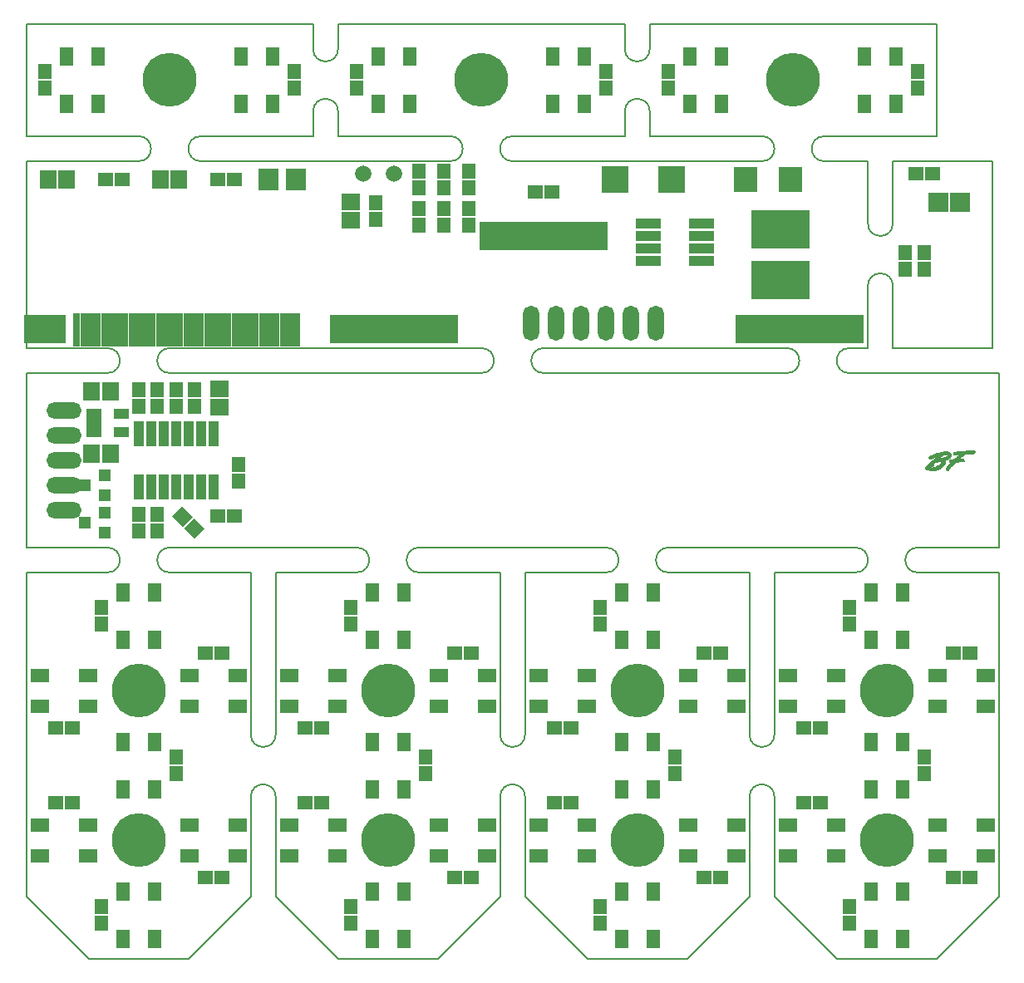
<source format=gts>
G04 #@! TF.FileFunction,Soldermask,Top*
%FSLAX46Y46*%
G04 Gerber Fmt 4.6, Leading zero omitted, Abs format (unit mm)*
G04 Created by KiCad (PCBNEW (2016-05-03 BZR 6266)-product) date Thu Jul 21 04:02:18 2016*
%MOMM*%
%LPD*%
G01*
G04 APERTURE LIST*
%ADD10C,0.350000*%
%ADD11C,0.150000*%
%ADD12C,0.050000*%
%ADD13R,1.400000X1.900000*%
%ADD14C,5.480000*%
%ADD15R,1.400000X1.500000*%
%ADD16R,1.500000X1.400000*%
%ADD17R,1.900000X1.400000*%
%ADD18O,3.575000X1.670000*%
%ADD19R,1.900000X1.700000*%
%ADD20R,1.600000X1.050000*%
%ADD21R,1.700000X1.900000*%
%ADD22R,1.300000X1.200000*%
%ADD23R,1.000000X2.600000*%
%ADD24O,1.670000X3.575000*%
%ADD25R,0.800000X3.400000*%
%ADD26R,2.000000X2.200000*%
%ADD27R,2.600000X1.000000*%
%ADD28R,13.100000X2.940000*%
%ADD29R,5.900000X3.900000*%
%ADD30R,2.432000X2.584400*%
%ADD31R,2.800000X2.800000*%
%ADD32C,1.670000*%
%ADD33R,4.210000X2.940000*%
%ADD34R,2.100000X0.750000*%
G04 APERTURE END LIST*
D10*
D11*
X151130000Y-107315000D02*
X142875000Y-107315000D01*
X155575000Y-51435000D02*
X155575000Y-53975000D01*
X153035000Y-51435000D02*
X153035000Y-53975000D01*
X135255000Y-62865000D02*
X123825000Y-62865000D01*
X153035000Y-62865000D02*
X141605000Y-62865000D01*
X153035000Y-60325000D02*
X153035000Y-62865000D01*
X155575000Y-62865000D02*
X155575000Y-60325000D01*
X167005000Y-62865000D02*
X155575000Y-62865000D01*
X184785000Y-62865000D02*
X173355000Y-62865000D01*
X123825000Y-53975000D02*
X123825000Y-51435000D01*
X121285000Y-53975000D02*
X121285000Y-51435000D01*
X123825000Y-60325000D02*
X123825000Y-62865000D01*
X121285000Y-62865000D02*
X121285000Y-60325000D01*
X109855000Y-62865000D02*
X121285000Y-62865000D01*
X92075000Y-62865000D02*
X103505000Y-62865000D01*
X173355000Y-65405000D02*
X177800000Y-65405000D01*
X167005000Y-65405000D02*
X141605000Y-65405000D01*
X109855000Y-65405000D02*
X135255000Y-65405000D01*
X92075000Y-65405000D02*
X103505000Y-65405000D01*
X123825000Y-60325000D02*
G75*
G03X121285000Y-60325000I-1270000J0D01*
G01*
X121285000Y-53975000D02*
G75*
G03X123825000Y-53975000I1270000J0D01*
G01*
X153035000Y-53975000D02*
G75*
G03X155575000Y-53975000I1270000J0D01*
G01*
X155575000Y-60325000D02*
G75*
G03X153035000Y-60325000I-1270000J0D01*
G01*
X173355000Y-62865000D02*
G75*
G03X173355000Y-65405000I0J-1270000D01*
G01*
X167005000Y-65405000D02*
G75*
G03X167005000Y-62865000I0J1270000D01*
G01*
X141605000Y-62865000D02*
G75*
G03X141605000Y-65405000I0J-1270000D01*
G01*
X135255000Y-65405000D02*
G75*
G03X135255000Y-62865000I0J1270000D01*
G01*
X109855000Y-62865000D02*
G75*
G03X109855000Y-65405000I0J-1270000D01*
G01*
X103505000Y-65405000D02*
G75*
G03X103505000Y-62865000I0J1270000D01*
G01*
X180340000Y-78105000D02*
G75*
G03X177800000Y-78105000I-1270000J0D01*
G01*
X177800000Y-71755000D02*
G75*
G03X180340000Y-71755000I1270000J0D01*
G01*
X177800000Y-65405000D02*
X177800000Y-71755000D01*
X180340000Y-71755000D02*
X180340000Y-65405000D01*
X180340000Y-78105000D02*
X180340000Y-84455000D01*
X177800000Y-84455000D02*
X177800000Y-78105000D01*
X100330000Y-86995000D02*
G75*
G03X100330000Y-84455000I0J1270000D01*
G01*
X106680000Y-84455000D02*
G75*
G03X106680000Y-86995000I0J-1270000D01*
G01*
X138430000Y-86995000D02*
G75*
G03X138430000Y-84455000I0J1270000D01*
G01*
X144780000Y-84455000D02*
G75*
G03X144780000Y-86995000I0J-1270000D01*
G01*
X169545000Y-86995000D02*
G75*
G03X169545000Y-84455000I0J1270000D01*
G01*
X175895000Y-84455000D02*
G75*
G03X175895000Y-86995000I0J-1270000D01*
G01*
X175895000Y-84455000D02*
X177800000Y-84455000D01*
X144780000Y-84455000D02*
X169545000Y-84455000D01*
X106680000Y-84455000D02*
X138430000Y-84455000D01*
X92075000Y-84455000D02*
X100330000Y-84455000D01*
X175895000Y-86995000D02*
X191135000Y-86995000D01*
X144780000Y-86995000D02*
X169545000Y-86995000D01*
X106680000Y-86995000D02*
X138430000Y-86995000D01*
X92075000Y-86995000D02*
X100330000Y-86995000D01*
X100330000Y-107315000D02*
X92075000Y-107315000D01*
X114935000Y-107315000D02*
X106680000Y-107315000D01*
X125730000Y-107315000D02*
X117475000Y-107315000D01*
X140335000Y-107315000D02*
X132080000Y-107315000D01*
X165735000Y-107315000D02*
X157480000Y-107315000D01*
X100330000Y-104775000D02*
X92075000Y-104775000D01*
X125730000Y-104775000D02*
X106680000Y-104775000D01*
X151130000Y-104775000D02*
X132080000Y-104775000D01*
X176530000Y-104775000D02*
X157480000Y-104775000D01*
X176530000Y-107315000D02*
X168275000Y-107315000D01*
X182880000Y-107315000D02*
X191135000Y-107315000D01*
X191135000Y-104775000D02*
X182880000Y-104775000D01*
X182880000Y-104775000D02*
G75*
G03X182880000Y-107315000I0J-1270000D01*
G01*
X176530000Y-107315000D02*
G75*
G03X176530000Y-104775000I0J1270000D01*
G01*
X157480000Y-104775000D02*
G75*
G03X157480000Y-107315000I0J-1270000D01*
G01*
X151130000Y-107315000D02*
G75*
G03X151130000Y-104775000I0J1270000D01*
G01*
X132080000Y-104775000D02*
G75*
G03X132080000Y-107315000I0J-1270000D01*
G01*
X125730000Y-107315000D02*
G75*
G03X125730000Y-104775000I0J1270000D01*
G01*
X100330000Y-107315000D02*
G75*
G03X100330000Y-104775000I0J1270000D01*
G01*
X106680000Y-104775000D02*
G75*
G03X106680000Y-107315000I0J-1270000D01*
G01*
X140335000Y-123825000D02*
G75*
G03X142875000Y-123825000I1270000J0D01*
G01*
X165735000Y-123825000D02*
G75*
G03X168275000Y-123825000I1270000J0D01*
G01*
X168275000Y-130175000D02*
G75*
G03X165735000Y-130175000I-1270000J0D01*
G01*
X142875000Y-130175000D02*
G75*
G03X140335000Y-130175000I-1270000J0D01*
G01*
X117475000Y-130175000D02*
G75*
G03X114935000Y-130175000I-1270000J0D01*
G01*
X114935000Y-123825000D02*
G75*
G03X117475000Y-123825000I1270000J0D01*
G01*
X140335000Y-107315000D02*
X140335000Y-123825000D01*
X142875000Y-123825000D02*
X142875000Y-107315000D01*
X165735000Y-107315000D02*
X165735000Y-123825000D01*
X168275000Y-123825000D02*
X168275000Y-107315000D01*
X168275000Y-130175000D02*
X168275000Y-140335000D01*
X165735000Y-140335000D02*
X165735000Y-130175000D01*
X142875000Y-140335000D02*
X142875000Y-130175000D01*
X140335000Y-130175000D02*
X140335000Y-140335000D01*
X117475000Y-107315000D02*
X117475000Y-123825000D01*
X114935000Y-123825000D02*
X114935000Y-107315000D01*
X117475000Y-130175000D02*
X117475000Y-140335000D01*
X114935000Y-140335000D02*
X114935000Y-130175000D01*
X184785000Y-62865000D02*
X184785000Y-51435000D01*
X184785000Y-51435000D02*
X155575000Y-51435000D01*
X121285000Y-51435000D02*
X92075000Y-51435000D01*
X92075000Y-51435000D02*
X92075000Y-62865000D01*
X142875000Y-140335000D02*
X149225000Y-146685000D01*
X165735000Y-140335000D02*
X159385000Y-146685000D01*
X159385000Y-146685000D02*
X149225000Y-146685000D01*
X191135000Y-107315000D02*
X191135000Y-140335000D01*
X184785000Y-146685000D02*
X174625000Y-146685000D01*
X191135000Y-140335000D02*
X184785000Y-146685000D01*
X168275000Y-140335000D02*
X174625000Y-146685000D01*
X117475000Y-140335000D02*
X123825000Y-146685000D01*
X140335000Y-140335000D02*
X133985000Y-146685000D01*
X133985000Y-146685000D02*
X123825000Y-146685000D01*
X92075000Y-86995000D02*
X92075000Y-104775000D01*
X191135000Y-104775000D02*
X191135000Y-86995000D01*
X92075000Y-140335000D02*
X92075000Y-107315000D01*
X108585000Y-146685000D02*
X98425000Y-146685000D01*
X114935000Y-140335000D02*
X108585000Y-146685000D01*
X92075000Y-140335000D02*
X98425000Y-146685000D01*
X92075000Y-84455000D02*
X92075000Y-65405000D01*
X190500000Y-65405000D02*
X180340000Y-65405000D01*
X190500000Y-84455000D02*
X190500000Y-65405000D01*
X180340000Y-84455000D02*
X190500000Y-84455000D01*
X153035000Y-51435000D02*
X123825000Y-51435000D01*
D12*
G36*
X186256040Y-95359621D02*
X186252773Y-95422702D01*
X186240688Y-95477055D01*
X186235484Y-95490139D01*
X186197676Y-95550455D01*
X186139798Y-95610196D01*
X186062948Y-95668658D01*
X185974707Y-95721271D01*
X185974707Y-95337752D01*
X185948708Y-95323350D01*
X185914655Y-95312208D01*
X185862853Y-95305530D01*
X185796223Y-95303220D01*
X185717683Y-95305180D01*
X185630154Y-95311313D01*
X185536556Y-95321522D01*
X185439810Y-95335709D01*
X185406770Y-95341412D01*
X185362671Y-95349635D01*
X185335400Y-95356305D01*
X185320918Y-95363422D01*
X185315186Y-95372984D01*
X185314166Y-95386990D01*
X185314166Y-95387255D01*
X185312226Y-95405082D01*
X185305044Y-95423222D01*
X185290574Y-95443999D01*
X185266773Y-95469734D01*
X185231597Y-95502749D01*
X185183001Y-95545366D01*
X185150518Y-95573140D01*
X185108160Y-95609364D01*
X185072180Y-95640514D01*
X185045365Y-95664149D01*
X185030499Y-95677825D01*
X185028416Y-95680185D01*
X185034593Y-95681244D01*
X185054143Y-95678377D01*
X185088596Y-95671254D01*
X185139483Y-95659545D01*
X185208333Y-95642918D01*
X185261250Y-95629862D01*
X185388293Y-95596206D01*
X185508688Y-95560158D01*
X185620127Y-95522607D01*
X185720304Y-95484443D01*
X185806913Y-95446556D01*
X185877648Y-95409836D01*
X185930203Y-95375172D01*
X185938124Y-95368738D01*
X185974707Y-95337752D01*
X185974707Y-95721271D01*
X185968224Y-95725137D01*
X185856721Y-95778931D01*
X185729537Y-95829336D01*
X185679291Y-95846795D01*
X185639008Y-95860314D01*
X185605952Y-95871422D01*
X185585654Y-95878259D01*
X185582745Y-95879246D01*
X185580714Y-95890402D01*
X185589454Y-95917240D01*
X185606558Y-95954215D01*
X185626281Y-95996647D01*
X185637132Y-96031495D01*
X185641595Y-96069037D01*
X185642250Y-96101810D01*
X185636959Y-96165170D01*
X185619985Y-96225242D01*
X185589674Y-96285113D01*
X185544374Y-96347871D01*
X185482429Y-96416605D01*
X185463396Y-96435833D01*
X185353821Y-96532720D01*
X185335333Y-96545988D01*
X185335333Y-96083098D01*
X185325307Y-96065399D01*
X185297417Y-96049288D01*
X185254948Y-96035436D01*
X185201182Y-96024517D01*
X185139403Y-96017202D01*
X185072894Y-96014165D01*
X185007250Y-96015922D01*
X184852344Y-96033033D01*
X184694916Y-96063531D01*
X184667400Y-96070254D01*
X184633124Y-96080111D01*
X184605065Y-96092165D01*
X184577576Y-96109888D01*
X184545014Y-96136748D01*
X184515035Y-96163900D01*
X184432644Y-96239879D01*
X184450072Y-96273580D01*
X184464435Y-96317595D01*
X184466768Y-96365097D01*
X184457296Y-96407933D01*
X184445765Y-96428359D01*
X184420754Y-96449434D01*
X184386703Y-96465911D01*
X184379619Y-96468088D01*
X184317216Y-96485880D01*
X184270734Y-96501322D01*
X184235360Y-96516326D01*
X184206281Y-96532803D01*
X184192113Y-96542542D01*
X184168551Y-96561742D01*
X184155693Y-96576524D01*
X184155043Y-96581633D01*
X184172225Y-96590534D01*
X184203102Y-96599959D01*
X184240325Y-96608145D01*
X184276546Y-96613326D01*
X184290675Y-96614210D01*
X184321109Y-96612534D01*
X184363345Y-96607144D01*
X184408581Y-96599179D01*
X184411450Y-96598593D01*
X184512463Y-96572468D01*
X184624426Y-96534312D01*
X184742547Y-96486240D01*
X184862031Y-96430365D01*
X184978084Y-96368804D01*
X185085912Y-96303671D01*
X185098219Y-96295617D01*
X185151913Y-96258197D01*
X185203641Y-96218608D01*
X185250539Y-96179417D01*
X185289745Y-96143192D01*
X185318393Y-96112497D01*
X185333622Y-96089901D01*
X185335333Y-96083098D01*
X185335333Y-96545988D01*
X185227022Y-96623723D01*
X185086547Y-96707044D01*
X184935939Y-96780884D01*
X184778746Y-96843444D01*
X184618512Y-96892926D01*
X184514412Y-96917224D01*
X184433172Y-96930782D01*
X184350719Y-96939361D01*
X184271890Y-96942822D01*
X184201520Y-96941025D01*
X184144446Y-96933830D01*
X184123541Y-96928529D01*
X184065389Y-96906023D01*
X184010436Y-96874943D01*
X183967042Y-96843960D01*
X183918849Y-96807174D01*
X183878320Y-96828319D01*
X183826130Y-96844997D01*
X183774543Y-96842970D01*
X183727005Y-96824507D01*
X183686959Y-96791878D01*
X183657849Y-96747353D01*
X183643120Y-96693202D01*
X183642000Y-96672582D01*
X183644091Y-96634267D01*
X183649404Y-96600160D01*
X183652932Y-96587873D01*
X183667967Y-96561391D01*
X183697149Y-96522205D01*
X183738963Y-96471853D01*
X183791899Y-96411874D01*
X183854443Y-96343805D01*
X183925082Y-96269185D01*
X184002305Y-96189552D01*
X184084599Y-96106443D01*
X184170451Y-96021399D01*
X184258349Y-95935956D01*
X184346780Y-95851652D01*
X184434232Y-95770027D01*
X184519192Y-95692617D01*
X184600149Y-95620963D01*
X184623838Y-95600466D01*
X184658692Y-95570179D01*
X184686166Y-95545712D01*
X184703194Y-95529836D01*
X184707163Y-95525166D01*
X184696175Y-95528410D01*
X184668886Y-95537321D01*
X184629008Y-95550663D01*
X184580249Y-95567204D01*
X184561809Y-95573508D01*
X184449539Y-95614052D01*
X184358138Y-95651625D01*
X184287631Y-95686213D01*
X184238045Y-95717806D01*
X184228026Y-95726014D01*
X184184687Y-95751517D01*
X184137466Y-95758521D01*
X184090645Y-95748060D01*
X184048505Y-95721163D01*
X184015328Y-95678863D01*
X184012843Y-95674170D01*
X183994915Y-95617230D01*
X183996654Y-95559038D01*
X184017248Y-95503691D01*
X184055883Y-95455282D01*
X184056365Y-95454840D01*
X184086724Y-95432831D01*
X184134220Y-95405667D01*
X184195839Y-95374662D01*
X184268564Y-95341132D01*
X184349380Y-95306391D01*
X184435271Y-95271756D01*
X184523222Y-95238540D01*
X184610217Y-95208059D01*
X184658000Y-95192482D01*
X184779010Y-95156365D01*
X184906035Y-95122359D01*
X185036384Y-95090927D01*
X185167367Y-95062535D01*
X185296293Y-95037643D01*
X185420472Y-95016717D01*
X185537213Y-95000219D01*
X185643825Y-94988613D01*
X185737618Y-94982361D01*
X185815901Y-94981928D01*
X185860543Y-94985400D01*
X185960958Y-95006482D01*
X186049679Y-95041789D01*
X186124976Y-95090146D01*
X186185115Y-95150379D01*
X186228363Y-95221315D01*
X186236050Y-95239839D01*
X186250472Y-95295953D01*
X186256040Y-95359621D01*
X186256040Y-95359621D01*
X186256040Y-95359621D01*
G37*
X186256040Y-95359621D02*
X186252773Y-95422702D01*
X186240688Y-95477055D01*
X186235484Y-95490139D01*
X186197676Y-95550455D01*
X186139798Y-95610196D01*
X186062948Y-95668658D01*
X185974707Y-95721271D01*
X185974707Y-95337752D01*
X185948708Y-95323350D01*
X185914655Y-95312208D01*
X185862853Y-95305530D01*
X185796223Y-95303220D01*
X185717683Y-95305180D01*
X185630154Y-95311313D01*
X185536556Y-95321522D01*
X185439810Y-95335709D01*
X185406770Y-95341412D01*
X185362671Y-95349635D01*
X185335400Y-95356305D01*
X185320918Y-95363422D01*
X185315186Y-95372984D01*
X185314166Y-95386990D01*
X185314166Y-95387255D01*
X185312226Y-95405082D01*
X185305044Y-95423222D01*
X185290574Y-95443999D01*
X185266773Y-95469734D01*
X185231597Y-95502749D01*
X185183001Y-95545366D01*
X185150518Y-95573140D01*
X185108160Y-95609364D01*
X185072180Y-95640514D01*
X185045365Y-95664149D01*
X185030499Y-95677825D01*
X185028416Y-95680185D01*
X185034593Y-95681244D01*
X185054143Y-95678377D01*
X185088596Y-95671254D01*
X185139483Y-95659545D01*
X185208333Y-95642918D01*
X185261250Y-95629862D01*
X185388293Y-95596206D01*
X185508688Y-95560158D01*
X185620127Y-95522607D01*
X185720304Y-95484443D01*
X185806913Y-95446556D01*
X185877648Y-95409836D01*
X185930203Y-95375172D01*
X185938124Y-95368738D01*
X185974707Y-95337752D01*
X185974707Y-95721271D01*
X185968224Y-95725137D01*
X185856721Y-95778931D01*
X185729537Y-95829336D01*
X185679291Y-95846795D01*
X185639008Y-95860314D01*
X185605952Y-95871422D01*
X185585654Y-95878259D01*
X185582745Y-95879246D01*
X185580714Y-95890402D01*
X185589454Y-95917240D01*
X185606558Y-95954215D01*
X185626281Y-95996647D01*
X185637132Y-96031495D01*
X185641595Y-96069037D01*
X185642250Y-96101810D01*
X185636959Y-96165170D01*
X185619985Y-96225242D01*
X185589674Y-96285113D01*
X185544374Y-96347871D01*
X185482429Y-96416605D01*
X185463396Y-96435833D01*
X185353821Y-96532720D01*
X185335333Y-96545988D01*
X185335333Y-96083098D01*
X185325307Y-96065399D01*
X185297417Y-96049288D01*
X185254948Y-96035436D01*
X185201182Y-96024517D01*
X185139403Y-96017202D01*
X185072894Y-96014165D01*
X185007250Y-96015922D01*
X184852344Y-96033033D01*
X184694916Y-96063531D01*
X184667400Y-96070254D01*
X184633124Y-96080111D01*
X184605065Y-96092165D01*
X184577576Y-96109888D01*
X184545014Y-96136748D01*
X184515035Y-96163900D01*
X184432644Y-96239879D01*
X184450072Y-96273580D01*
X184464435Y-96317595D01*
X184466768Y-96365097D01*
X184457296Y-96407933D01*
X184445765Y-96428359D01*
X184420754Y-96449434D01*
X184386703Y-96465911D01*
X184379619Y-96468088D01*
X184317216Y-96485880D01*
X184270734Y-96501322D01*
X184235360Y-96516326D01*
X184206281Y-96532803D01*
X184192113Y-96542542D01*
X184168551Y-96561742D01*
X184155693Y-96576524D01*
X184155043Y-96581633D01*
X184172225Y-96590534D01*
X184203102Y-96599959D01*
X184240325Y-96608145D01*
X184276546Y-96613326D01*
X184290675Y-96614210D01*
X184321109Y-96612534D01*
X184363345Y-96607144D01*
X184408581Y-96599179D01*
X184411450Y-96598593D01*
X184512463Y-96572468D01*
X184624426Y-96534312D01*
X184742547Y-96486240D01*
X184862031Y-96430365D01*
X184978084Y-96368804D01*
X185085912Y-96303671D01*
X185098219Y-96295617D01*
X185151913Y-96258197D01*
X185203641Y-96218608D01*
X185250539Y-96179417D01*
X185289745Y-96143192D01*
X185318393Y-96112497D01*
X185333622Y-96089901D01*
X185335333Y-96083098D01*
X185335333Y-96545988D01*
X185227022Y-96623723D01*
X185086547Y-96707044D01*
X184935939Y-96780884D01*
X184778746Y-96843444D01*
X184618512Y-96892926D01*
X184514412Y-96917224D01*
X184433172Y-96930782D01*
X184350719Y-96939361D01*
X184271890Y-96942822D01*
X184201520Y-96941025D01*
X184144446Y-96933830D01*
X184123541Y-96928529D01*
X184065389Y-96906023D01*
X184010436Y-96874943D01*
X183967042Y-96843960D01*
X183918849Y-96807174D01*
X183878320Y-96828319D01*
X183826130Y-96844997D01*
X183774543Y-96842970D01*
X183727005Y-96824507D01*
X183686959Y-96791878D01*
X183657849Y-96747353D01*
X183643120Y-96693202D01*
X183642000Y-96672582D01*
X183644091Y-96634267D01*
X183649404Y-96600160D01*
X183652932Y-96587873D01*
X183667967Y-96561391D01*
X183697149Y-96522205D01*
X183738963Y-96471853D01*
X183791899Y-96411874D01*
X183854443Y-96343805D01*
X183925082Y-96269185D01*
X184002305Y-96189552D01*
X184084599Y-96106443D01*
X184170451Y-96021399D01*
X184258349Y-95935956D01*
X184346780Y-95851652D01*
X184434232Y-95770027D01*
X184519192Y-95692617D01*
X184600149Y-95620963D01*
X184623838Y-95600466D01*
X184658692Y-95570179D01*
X184686166Y-95545712D01*
X184703194Y-95529836D01*
X184707163Y-95525166D01*
X184696175Y-95528410D01*
X184668886Y-95537321D01*
X184629008Y-95550663D01*
X184580249Y-95567204D01*
X184561809Y-95573508D01*
X184449539Y-95614052D01*
X184358138Y-95651625D01*
X184287631Y-95686213D01*
X184238045Y-95717806D01*
X184228026Y-95726014D01*
X184184687Y-95751517D01*
X184137466Y-95758521D01*
X184090645Y-95748060D01*
X184048505Y-95721163D01*
X184015328Y-95678863D01*
X184012843Y-95674170D01*
X183994915Y-95617230D01*
X183996654Y-95559038D01*
X184017248Y-95503691D01*
X184055883Y-95455282D01*
X184056365Y-95454840D01*
X184086724Y-95432831D01*
X184134220Y-95405667D01*
X184195839Y-95374662D01*
X184268564Y-95341132D01*
X184349380Y-95306391D01*
X184435271Y-95271756D01*
X184523222Y-95238540D01*
X184610217Y-95208059D01*
X184658000Y-95192482D01*
X184779010Y-95156365D01*
X184906035Y-95122359D01*
X185036384Y-95090927D01*
X185167367Y-95062535D01*
X185296293Y-95037643D01*
X185420472Y-95016717D01*
X185537213Y-95000219D01*
X185643825Y-94988613D01*
X185737618Y-94982361D01*
X185815901Y-94981928D01*
X185860543Y-94985400D01*
X185960958Y-95006482D01*
X186049679Y-95041789D01*
X186124976Y-95090146D01*
X186185115Y-95150379D01*
X186228363Y-95221315D01*
X186236050Y-95239839D01*
X186250472Y-95295953D01*
X186256040Y-95359621D01*
X186256040Y-95359621D01*
G36*
X188679583Y-95003697D02*
X188673048Y-95051163D01*
X188655308Y-95097653D01*
X188627425Y-95137663D01*
X188611479Y-95152383D01*
X188599276Y-95160181D01*
X188583018Y-95166114D01*
X188559353Y-95170632D01*
X188524933Y-95174185D01*
X188476409Y-95177224D01*
X188410432Y-95180199D01*
X188402163Y-95180533D01*
X188336217Y-95183385D01*
X188255282Y-95187201D01*
X188165493Y-95191674D01*
X188072989Y-95196494D01*
X187983908Y-95201355D01*
X187954708Y-95203006D01*
X187881574Y-95207161D01*
X187815163Y-95210884D01*
X187758489Y-95214011D01*
X187714563Y-95216376D01*
X187686398Y-95217816D01*
X187677297Y-95218190D01*
X187664460Y-95224651D01*
X187639331Y-95242146D01*
X187605676Y-95267917D01*
X187571464Y-95295694D01*
X187540072Y-95322403D01*
X187499320Y-95357924D01*
X187451628Y-95400065D01*
X187399416Y-95446633D01*
X187345105Y-95495436D01*
X187291114Y-95544282D01*
X187239864Y-95590977D01*
X187193774Y-95633330D01*
X187155265Y-95669147D01*
X187126757Y-95696237D01*
X187110669Y-95712406D01*
X187108205Y-95715401D01*
X187115736Y-95718848D01*
X187141967Y-95720664D01*
X187184489Y-95720791D01*
X187240892Y-95719170D01*
X187248483Y-95718855D01*
X187321285Y-95716711D01*
X187377094Y-95717843D01*
X187419932Y-95722992D01*
X187453819Y-95732897D01*
X187482779Y-95748300D01*
X187506691Y-95766409D01*
X187540535Y-95804304D01*
X187564486Y-95849829D01*
X187576670Y-95897093D01*
X187575215Y-95940200D01*
X187568102Y-95959669D01*
X187560192Y-95972349D01*
X187549957Y-95982693D01*
X187535254Y-95990987D01*
X187513945Y-95997514D01*
X187483886Y-96002559D01*
X187442937Y-96006405D01*
X187388956Y-96009337D01*
X187319802Y-96011639D01*
X187233335Y-96013594D01*
X187150375Y-96015099D01*
X187065329Y-96016841D01*
X186986153Y-96019007D01*
X186915569Y-96021481D01*
X186856300Y-96024147D01*
X186811068Y-96026888D01*
X186782596Y-96029587D01*
X186774567Y-96031184D01*
X186757933Y-96042132D01*
X186728809Y-96066215D01*
X186689384Y-96101321D01*
X186641847Y-96145334D01*
X186588387Y-96196141D01*
X186531193Y-96251628D01*
X186472455Y-96309681D01*
X186414362Y-96368185D01*
X186359102Y-96425028D01*
X186308864Y-96478095D01*
X186285347Y-96503612D01*
X186200557Y-96599306D01*
X186130934Y-96683843D01*
X186074994Y-96759134D01*
X186031252Y-96827090D01*
X186023538Y-96840499D01*
X185989882Y-96890198D01*
X185955008Y-96919805D01*
X185916566Y-96930366D01*
X185872207Y-96922924D01*
X185853992Y-96915890D01*
X185800287Y-96883002D01*
X185759183Y-96835127D01*
X185745905Y-96811858D01*
X185732283Y-96772776D01*
X185730845Y-96730114D01*
X185742325Y-96681837D01*
X185767457Y-96625905D01*
X185806977Y-96560280D01*
X185861618Y-96482926D01*
X185867193Y-96475466D01*
X185897562Y-96435336D01*
X185924495Y-96400850D01*
X185951139Y-96368328D01*
X185980644Y-96334093D01*
X186016159Y-96294464D01*
X186060832Y-96245765D01*
X186100000Y-96203487D01*
X186172784Y-96125099D01*
X186134958Y-96112095D01*
X186096478Y-96095551D01*
X186072903Y-96074727D01*
X186058068Y-96043344D01*
X186054075Y-96029732D01*
X186047727Y-95980810D01*
X186052425Y-95930115D01*
X186066471Y-95883199D01*
X186088167Y-95845616D01*
X186115814Y-95822918D01*
X186117533Y-95822188D01*
X186136640Y-95817049D01*
X186172798Y-95809566D01*
X186222105Y-95800401D01*
X186280659Y-95790215D01*
X186344559Y-95779669D01*
X186409904Y-95769425D01*
X186472791Y-95760144D01*
X186526981Y-95752786D01*
X186543211Y-95750225D01*
X186558550Y-95745960D01*
X186575113Y-95738439D01*
X186595015Y-95726112D01*
X186620372Y-95707427D01*
X186653297Y-95680833D01*
X186695907Y-95644777D01*
X186750316Y-95597710D01*
X186813105Y-95542917D01*
X186874973Y-95488870D01*
X186933938Y-95437421D01*
X186987462Y-95390780D01*
X187033006Y-95351157D01*
X187068034Y-95320762D01*
X187090006Y-95301804D01*
X187091799Y-95300270D01*
X187114580Y-95279287D01*
X187126737Y-95264902D01*
X187126422Y-95260583D01*
X187112608Y-95261655D01*
X187081211Y-95264640D01*
X187035692Y-95269192D01*
X186979515Y-95274964D01*
X186916141Y-95281610D01*
X186911490Y-95282102D01*
X186829615Y-95291518D01*
X186764733Y-95300561D01*
X186718085Y-95309028D01*
X186690910Y-95316715D01*
X186686284Y-95319144D01*
X186662476Y-95327944D01*
X186626289Y-95333329D01*
X186586314Y-95334783D01*
X186551139Y-95331793D01*
X186537015Y-95328092D01*
X186514671Y-95309060D01*
X186498914Y-95275002D01*
X186490369Y-95231203D01*
X186489662Y-95182949D01*
X186497419Y-95135522D01*
X186510219Y-95101566D01*
X186529274Y-95071492D01*
X186550524Y-95047963D01*
X186556074Y-95043722D01*
X186578621Y-95035168D01*
X186620467Y-95025719D01*
X186679771Y-95015547D01*
X186754691Y-95004825D01*
X186843385Y-94993725D01*
X186944014Y-94982420D01*
X187054735Y-94971082D01*
X187173707Y-94959883D01*
X187299089Y-94948996D01*
X187429041Y-94938594D01*
X187561720Y-94928848D01*
X187695285Y-94919931D01*
X187827896Y-94912016D01*
X187957711Y-94905274D01*
X188082889Y-94899879D01*
X188098444Y-94899296D01*
X188224144Y-94895153D01*
X188330320Y-94892789D01*
X188418545Y-94892286D01*
X188490395Y-94893724D01*
X188547443Y-94897183D01*
X188591264Y-94902746D01*
X188623431Y-94910491D01*
X188645518Y-94920501D01*
X188654796Y-94927833D01*
X188673853Y-94960753D01*
X188679583Y-95003697D01*
X188679583Y-95003697D01*
X188679583Y-95003697D01*
G37*
X188679583Y-95003697D02*
X188673048Y-95051163D01*
X188655308Y-95097653D01*
X188627425Y-95137663D01*
X188611479Y-95152383D01*
X188599276Y-95160181D01*
X188583018Y-95166114D01*
X188559353Y-95170632D01*
X188524933Y-95174185D01*
X188476409Y-95177224D01*
X188410432Y-95180199D01*
X188402163Y-95180533D01*
X188336217Y-95183385D01*
X188255282Y-95187201D01*
X188165493Y-95191674D01*
X188072989Y-95196494D01*
X187983908Y-95201355D01*
X187954708Y-95203006D01*
X187881574Y-95207161D01*
X187815163Y-95210884D01*
X187758489Y-95214011D01*
X187714563Y-95216376D01*
X187686398Y-95217816D01*
X187677297Y-95218190D01*
X187664460Y-95224651D01*
X187639331Y-95242146D01*
X187605676Y-95267917D01*
X187571464Y-95295694D01*
X187540072Y-95322403D01*
X187499320Y-95357924D01*
X187451628Y-95400065D01*
X187399416Y-95446633D01*
X187345105Y-95495436D01*
X187291114Y-95544282D01*
X187239864Y-95590977D01*
X187193774Y-95633330D01*
X187155265Y-95669147D01*
X187126757Y-95696237D01*
X187110669Y-95712406D01*
X187108205Y-95715401D01*
X187115736Y-95718848D01*
X187141967Y-95720664D01*
X187184489Y-95720791D01*
X187240892Y-95719170D01*
X187248483Y-95718855D01*
X187321285Y-95716711D01*
X187377094Y-95717843D01*
X187419932Y-95722992D01*
X187453819Y-95732897D01*
X187482779Y-95748300D01*
X187506691Y-95766409D01*
X187540535Y-95804304D01*
X187564486Y-95849829D01*
X187576670Y-95897093D01*
X187575215Y-95940200D01*
X187568102Y-95959669D01*
X187560192Y-95972349D01*
X187549957Y-95982693D01*
X187535254Y-95990987D01*
X187513945Y-95997514D01*
X187483886Y-96002559D01*
X187442937Y-96006405D01*
X187388956Y-96009337D01*
X187319802Y-96011639D01*
X187233335Y-96013594D01*
X187150375Y-96015099D01*
X187065329Y-96016841D01*
X186986153Y-96019007D01*
X186915569Y-96021481D01*
X186856300Y-96024147D01*
X186811068Y-96026888D01*
X186782596Y-96029587D01*
X186774567Y-96031184D01*
X186757933Y-96042132D01*
X186728809Y-96066215D01*
X186689384Y-96101321D01*
X186641847Y-96145334D01*
X186588387Y-96196141D01*
X186531193Y-96251628D01*
X186472455Y-96309681D01*
X186414362Y-96368185D01*
X186359102Y-96425028D01*
X186308864Y-96478095D01*
X186285347Y-96503612D01*
X186200557Y-96599306D01*
X186130934Y-96683843D01*
X186074994Y-96759134D01*
X186031252Y-96827090D01*
X186023538Y-96840499D01*
X185989882Y-96890198D01*
X185955008Y-96919805D01*
X185916566Y-96930366D01*
X185872207Y-96922924D01*
X185853992Y-96915890D01*
X185800287Y-96883002D01*
X185759183Y-96835127D01*
X185745905Y-96811858D01*
X185732283Y-96772776D01*
X185730845Y-96730114D01*
X185742325Y-96681837D01*
X185767457Y-96625905D01*
X185806977Y-96560280D01*
X185861618Y-96482926D01*
X185867193Y-96475466D01*
X185897562Y-96435336D01*
X185924495Y-96400850D01*
X185951139Y-96368328D01*
X185980644Y-96334093D01*
X186016159Y-96294464D01*
X186060832Y-96245765D01*
X186100000Y-96203487D01*
X186172784Y-96125099D01*
X186134958Y-96112095D01*
X186096478Y-96095551D01*
X186072903Y-96074727D01*
X186058068Y-96043344D01*
X186054075Y-96029732D01*
X186047727Y-95980810D01*
X186052425Y-95930115D01*
X186066471Y-95883199D01*
X186088167Y-95845616D01*
X186115814Y-95822918D01*
X186117533Y-95822188D01*
X186136640Y-95817049D01*
X186172798Y-95809566D01*
X186222105Y-95800401D01*
X186280659Y-95790215D01*
X186344559Y-95779669D01*
X186409904Y-95769425D01*
X186472791Y-95760144D01*
X186526981Y-95752786D01*
X186543211Y-95750225D01*
X186558550Y-95745960D01*
X186575113Y-95738439D01*
X186595015Y-95726112D01*
X186620372Y-95707427D01*
X186653297Y-95680833D01*
X186695907Y-95644777D01*
X186750316Y-95597710D01*
X186813105Y-95542917D01*
X186874973Y-95488870D01*
X186933938Y-95437421D01*
X186987462Y-95390780D01*
X187033006Y-95351157D01*
X187068034Y-95320762D01*
X187090006Y-95301804D01*
X187091799Y-95300270D01*
X187114580Y-95279287D01*
X187126737Y-95264902D01*
X187126422Y-95260583D01*
X187112608Y-95261655D01*
X187081211Y-95264640D01*
X187035692Y-95269192D01*
X186979515Y-95274964D01*
X186916141Y-95281610D01*
X186911490Y-95282102D01*
X186829615Y-95291518D01*
X186764733Y-95300561D01*
X186718085Y-95309028D01*
X186690910Y-95316715D01*
X186686284Y-95319144D01*
X186662476Y-95327944D01*
X186626289Y-95333329D01*
X186586314Y-95334783D01*
X186551139Y-95331793D01*
X186537015Y-95328092D01*
X186514671Y-95309060D01*
X186498914Y-95275002D01*
X186490369Y-95231203D01*
X186489662Y-95182949D01*
X186497419Y-95135522D01*
X186510219Y-95101566D01*
X186529274Y-95071492D01*
X186550524Y-95047963D01*
X186556074Y-95043722D01*
X186578621Y-95035168D01*
X186620467Y-95025719D01*
X186679771Y-95015547D01*
X186754691Y-95004825D01*
X186843385Y-94993725D01*
X186944014Y-94982420D01*
X187054735Y-94971082D01*
X187173707Y-94959883D01*
X187299089Y-94948996D01*
X187429041Y-94938594D01*
X187561720Y-94928848D01*
X187695285Y-94919931D01*
X187827896Y-94912016D01*
X187957711Y-94905274D01*
X188082889Y-94899879D01*
X188098444Y-94899296D01*
X188224144Y-94895153D01*
X188330320Y-94892789D01*
X188418545Y-94892286D01*
X188490395Y-94893724D01*
X188547443Y-94897183D01*
X188591264Y-94902746D01*
X188623431Y-94910491D01*
X188645518Y-94920501D01*
X188654796Y-94927833D01*
X188673853Y-94960753D01*
X188679583Y-95003697D01*
X188679583Y-95003697D01*
D13*
X177470000Y-54700000D03*
X177470000Y-59600000D03*
X180670000Y-59600000D03*
X180670000Y-54700000D03*
D14*
X170180000Y-57150000D03*
D15*
X182880000Y-56300000D03*
X182880000Y-58000000D03*
X157480000Y-56300000D03*
X157480000Y-58000000D03*
D13*
X159690000Y-54700000D03*
X159690000Y-59600000D03*
X162890000Y-59600000D03*
X162890000Y-54700000D03*
X113970000Y-54700000D03*
X113970000Y-59600000D03*
X117170000Y-59600000D03*
X117170000Y-54700000D03*
D14*
X106680000Y-57150000D03*
D15*
X119380000Y-56300000D03*
X119380000Y-58000000D03*
X93980000Y-56300000D03*
X93980000Y-58000000D03*
D13*
X96190000Y-54700000D03*
X96190000Y-59600000D03*
X99390000Y-59600000D03*
X99390000Y-54700000D03*
D15*
X158115000Y-126150000D03*
X158115000Y-127850000D03*
D16*
X147535000Y-123190000D03*
X145835000Y-123190000D03*
X145835000Y-130810000D03*
X147535000Y-130810000D03*
D15*
X150495000Y-143090000D03*
X150495000Y-141390000D03*
D16*
X162775000Y-138430000D03*
X161075000Y-138430000D03*
X161075000Y-115570000D03*
X162775000Y-115570000D03*
D15*
X150495000Y-112610000D03*
X150495000Y-110910000D03*
D17*
X149135000Y-117780000D03*
X144235000Y-117780000D03*
X144235000Y-120980000D03*
X149135000Y-120980000D03*
X159475000Y-120980000D03*
X164375000Y-120980000D03*
X164375000Y-117780000D03*
X159475000Y-117780000D03*
D14*
X154305000Y-119380000D03*
D13*
X155905000Y-114210000D03*
X155905000Y-109310000D03*
X152705000Y-109310000D03*
X152705000Y-114210000D03*
X152705000Y-124550000D03*
X152705000Y-129450000D03*
X155905000Y-129450000D03*
X155905000Y-124550000D03*
D14*
X154305000Y-134620000D03*
D17*
X144235000Y-136220000D03*
X149135000Y-136220000D03*
X149135000Y-133020000D03*
X144235000Y-133020000D03*
D13*
X155905000Y-144690000D03*
X155905000Y-139790000D03*
X152705000Y-139790000D03*
X152705000Y-144690000D03*
D17*
X164375000Y-133020000D03*
X159475000Y-133020000D03*
X159475000Y-136220000D03*
X164375000Y-136220000D03*
X189775000Y-133020000D03*
X184875000Y-133020000D03*
X184875000Y-136220000D03*
X189775000Y-136220000D03*
D13*
X181305000Y-144690000D03*
X181305000Y-139790000D03*
X178105000Y-139790000D03*
X178105000Y-144690000D03*
D17*
X169635000Y-136220000D03*
X174535000Y-136220000D03*
X174535000Y-133020000D03*
X169635000Y-133020000D03*
D14*
X179705000Y-134620000D03*
D13*
X178105000Y-124550000D03*
X178105000Y-129450000D03*
X181305000Y-129450000D03*
X181305000Y-124550000D03*
X181305000Y-114210000D03*
X181305000Y-109310000D03*
X178105000Y-109310000D03*
X178105000Y-114210000D03*
D14*
X179705000Y-119380000D03*
D17*
X184875000Y-120980000D03*
X189775000Y-120980000D03*
X189775000Y-117780000D03*
X184875000Y-117780000D03*
X174535000Y-117780000D03*
X169635000Y-117780000D03*
X169635000Y-120980000D03*
X174535000Y-120980000D03*
D15*
X175895000Y-112610000D03*
X175895000Y-110910000D03*
D16*
X186475000Y-115570000D03*
X188175000Y-115570000D03*
X188175000Y-138430000D03*
X186475000Y-138430000D03*
D15*
X175895000Y-143090000D03*
X175895000Y-141390000D03*
D16*
X171235000Y-130810000D03*
X172935000Y-130810000D03*
X172935000Y-123190000D03*
X171235000Y-123190000D03*
D15*
X183515000Y-126150000D03*
X183515000Y-127850000D03*
X132715000Y-126150000D03*
X132715000Y-127850000D03*
D16*
X122135000Y-123190000D03*
X120435000Y-123190000D03*
X120435000Y-130810000D03*
X122135000Y-130810000D03*
D15*
X125095000Y-143090000D03*
X125095000Y-141390000D03*
D16*
X137375000Y-138430000D03*
X135675000Y-138430000D03*
X135675000Y-115570000D03*
X137375000Y-115570000D03*
D15*
X125095000Y-112610000D03*
X125095000Y-110910000D03*
D17*
X123735000Y-117780000D03*
X118835000Y-117780000D03*
X118835000Y-120980000D03*
X123735000Y-120980000D03*
X134075000Y-120980000D03*
X138975000Y-120980000D03*
X138975000Y-117780000D03*
X134075000Y-117780000D03*
D14*
X128905000Y-119380000D03*
D13*
X130505000Y-114210000D03*
X130505000Y-109310000D03*
X127305000Y-109310000D03*
X127305000Y-114210000D03*
X127305000Y-124550000D03*
X127305000Y-129450000D03*
X130505000Y-129450000D03*
X130505000Y-124550000D03*
D14*
X128905000Y-134620000D03*
D17*
X118835000Y-136220000D03*
X123735000Y-136220000D03*
X123735000Y-133020000D03*
X118835000Y-133020000D03*
D13*
X130505000Y-144690000D03*
X130505000Y-139790000D03*
X127305000Y-139790000D03*
X127305000Y-144690000D03*
D17*
X138975000Y-133020000D03*
X134075000Y-133020000D03*
X134075000Y-136220000D03*
X138975000Y-136220000D03*
D18*
X95885000Y-100965000D03*
X95885000Y-98425000D03*
X95885000Y-95885000D03*
X95885000Y-90805000D03*
X95885000Y-93345000D03*
D19*
X111760000Y-88585000D03*
X111760000Y-90485000D03*
D15*
X109220000Y-88685000D03*
X109220000Y-90385000D03*
D20*
X98930000Y-91125000D03*
X98930000Y-92075000D03*
X98930000Y-93025000D03*
X101730000Y-93025000D03*
X101730000Y-91125000D03*
D21*
X98745000Y-95250000D03*
X100645000Y-95250000D03*
X98745000Y-88900000D03*
X100645000Y-88900000D03*
D22*
X100060000Y-103235000D03*
X100060000Y-101235000D03*
X98060000Y-102235000D03*
X100060000Y-99425000D03*
X100060000Y-97425000D03*
X98060000Y-98425000D03*
D15*
X103505000Y-103085000D03*
X103505000Y-101385000D03*
X105410000Y-88685000D03*
X105410000Y-90385000D03*
X105410000Y-103085000D03*
X105410000Y-101385000D03*
D16*
X111545000Y-101600000D03*
X113245000Y-101600000D03*
D10*
G36*
X106958654Y-101598604D02*
X107948604Y-100608654D01*
X109009264Y-101669314D01*
X108019314Y-102659264D01*
X106958654Y-101598604D01*
X106958654Y-101598604D01*
G37*
G36*
X108160736Y-102800686D02*
X109150686Y-101810736D01*
X110211346Y-102871396D01*
X109221396Y-103861346D01*
X108160736Y-102800686D01*
X108160736Y-102800686D01*
G37*
D15*
X113665000Y-98005000D03*
X113665000Y-96305000D03*
X107315000Y-90385000D03*
X107315000Y-88685000D03*
X103505000Y-90385000D03*
X103505000Y-88685000D03*
D23*
X109855000Y-93185000D03*
X109855000Y-98585000D03*
X111125000Y-93185000D03*
X108585000Y-93185000D03*
X107315000Y-93185000D03*
X111125000Y-98585000D03*
X108585000Y-98585000D03*
X107315000Y-98585000D03*
X106045000Y-93185000D03*
X104775000Y-93185000D03*
X103505000Y-93185000D03*
X106045000Y-98585000D03*
X104775000Y-98585000D03*
X103505000Y-98585000D03*
D17*
X113575000Y-133020000D03*
X108675000Y-133020000D03*
X108675000Y-136220000D03*
X113575000Y-136220000D03*
D13*
X105105000Y-144690000D03*
X105105000Y-139790000D03*
X101905000Y-139790000D03*
X101905000Y-144690000D03*
D17*
X93435000Y-136220000D03*
X98335000Y-136220000D03*
X98335000Y-133020000D03*
X93435000Y-133020000D03*
D14*
X103505000Y-134620000D03*
D13*
X101905000Y-124550000D03*
X101905000Y-129450000D03*
X105105000Y-129450000D03*
X105105000Y-124550000D03*
X105105000Y-114210000D03*
X105105000Y-109310000D03*
X101905000Y-109310000D03*
X101905000Y-114210000D03*
D14*
X103505000Y-119380000D03*
D17*
X108675000Y-120980000D03*
X113575000Y-120980000D03*
X113575000Y-117780000D03*
X108675000Y-117780000D03*
X98335000Y-117780000D03*
X93435000Y-117780000D03*
X93435000Y-120980000D03*
X98335000Y-120980000D03*
D15*
X99695000Y-112610000D03*
X99695000Y-110910000D03*
D16*
X110275000Y-115570000D03*
X111975000Y-115570000D03*
X111975000Y-138430000D03*
X110275000Y-138430000D03*
D15*
X99695000Y-143090000D03*
X99695000Y-141390000D03*
D16*
X95035000Y-130810000D03*
X96735000Y-130810000D03*
X96735000Y-123190000D03*
X95035000Y-123190000D03*
D15*
X107315000Y-126150000D03*
X107315000Y-127850000D03*
D24*
X156210000Y-81915000D03*
X153670000Y-81915000D03*
X151130000Y-81915000D03*
X148590000Y-81915000D03*
X146050000Y-81915000D03*
X143510000Y-81915000D03*
D25*
X107720000Y-82618000D03*
X107020000Y-82618000D03*
X106320000Y-82618000D03*
X105620000Y-82618000D03*
X104920000Y-82618000D03*
X104220000Y-82618000D03*
X103520000Y-82618000D03*
X102820000Y-82618000D03*
X102120000Y-82618000D03*
X101420000Y-82618000D03*
X100720000Y-82618000D03*
X100020000Y-82618000D03*
X99320000Y-82618000D03*
X98620000Y-82618000D03*
X97920000Y-82618000D03*
X117520000Y-82618000D03*
X116820000Y-82618000D03*
X116120000Y-82618000D03*
X115420000Y-82618000D03*
X114720000Y-82618000D03*
X114020000Y-82618000D03*
X113320000Y-82618000D03*
X112620000Y-82618000D03*
X111920000Y-82618000D03*
X111220000Y-82618000D03*
X110520000Y-82618000D03*
X109820000Y-82618000D03*
X109120000Y-82618000D03*
X108420000Y-82618000D03*
X118220000Y-82618000D03*
X118920000Y-82618000D03*
X119620000Y-82618000D03*
X97220000Y-82618000D03*
D26*
X116710000Y-67310000D03*
X119510000Y-67310000D03*
D21*
X96200000Y-67310000D03*
X94300000Y-67310000D03*
D16*
X100115000Y-67310000D03*
X101815000Y-67310000D03*
D15*
X132080000Y-66460000D03*
X132080000Y-68160000D03*
X132080000Y-70270000D03*
X132080000Y-71970000D03*
X134620000Y-66460000D03*
X134620000Y-68160000D03*
X134620000Y-70270000D03*
X134620000Y-71970000D03*
X137160000Y-66460000D03*
X137160000Y-68160000D03*
X137160000Y-70270000D03*
X137160000Y-71970000D03*
D27*
X160815000Y-74295000D03*
X155415000Y-74295000D03*
X160815000Y-75565000D03*
X160815000Y-73025000D03*
X160815000Y-71755000D03*
X155415000Y-75565000D03*
X155415000Y-73025000D03*
X155415000Y-71755000D03*
D28*
X170815000Y-82550000D03*
X129540000Y-82550000D03*
D19*
X125095000Y-71435000D03*
X125095000Y-69535000D03*
D21*
X105730000Y-67310000D03*
X107630000Y-67310000D03*
D15*
X127635000Y-69635000D03*
X127635000Y-71335000D03*
D16*
X111545000Y-67310000D03*
X113245000Y-67310000D03*
X145630000Y-68580000D03*
X143930000Y-68580000D03*
D28*
X144780000Y-73025000D03*
D29*
X168910000Y-77530000D03*
X168910000Y-72330000D03*
D30*
X169926000Y-67310000D03*
X165354000Y-67310000D03*
D31*
X157840000Y-67310000D03*
X152040000Y-67310000D03*
D32*
X129540000Y-66675000D03*
X126365000Y-66675000D03*
D33*
X93980000Y-82550000D03*
D34*
X184955000Y-69596000D03*
X187155000Y-69596000D03*
X187155000Y-68946000D03*
X184955000Y-68946000D03*
X184955000Y-70246000D03*
X187155000Y-70246000D03*
D16*
X182665000Y-66675000D03*
X184365000Y-66675000D03*
D15*
X181610000Y-74715000D03*
X181610000Y-76415000D03*
X183515000Y-76415000D03*
X183515000Y-74715000D03*
D13*
X127940000Y-54700000D03*
X127940000Y-59600000D03*
X131140000Y-59600000D03*
X131140000Y-54700000D03*
D15*
X125730000Y-56300000D03*
X125730000Y-58000000D03*
X151130000Y-56300000D03*
X151130000Y-58000000D03*
D14*
X138430000Y-57150000D03*
D13*
X145720000Y-54700000D03*
X145720000Y-59600000D03*
X148920000Y-59600000D03*
X148920000Y-54700000D03*
M02*

</source>
